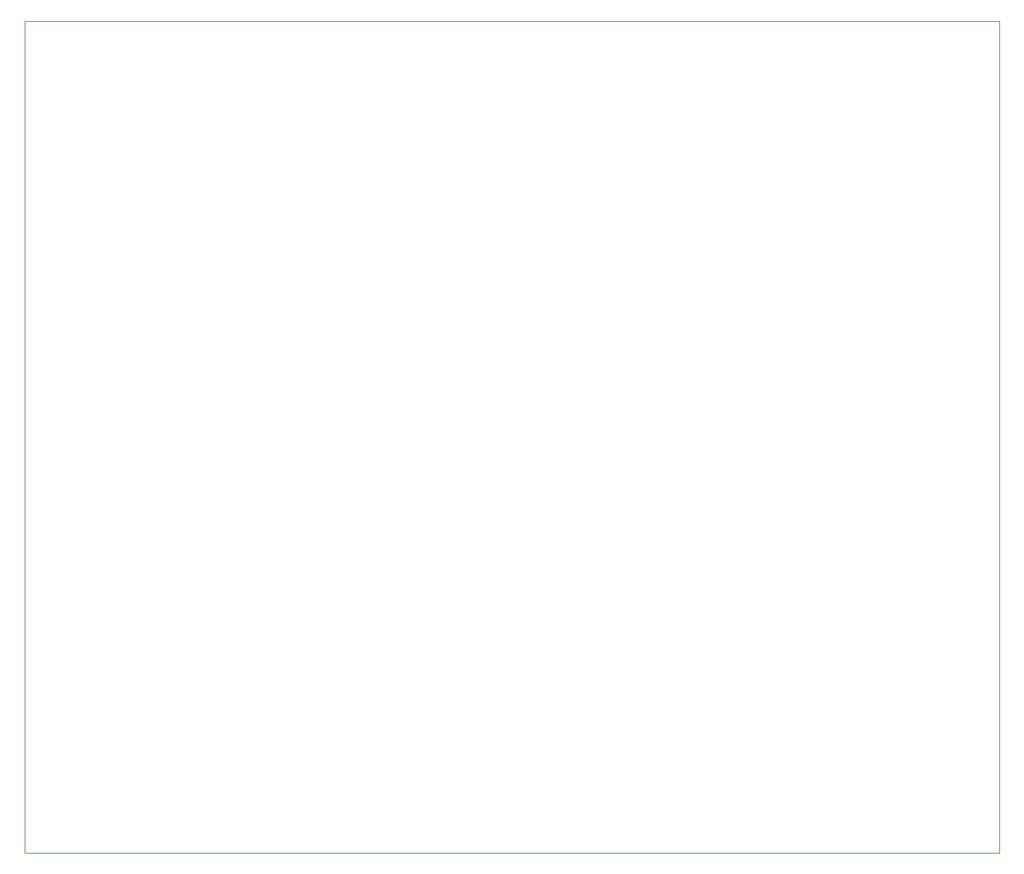
<source format=gbr>
G04 #@! TF.GenerationSoftware,KiCad,Pcbnew,7.0.2-1.fc37*
G04 #@! TF.CreationDate,2023-07-20T12:52:38+02:00*
G04 #@! TF.ProjectId,office_amp,6f666669-6365-45f6-916d-702e6b696361,V1.3*
G04 #@! TF.SameCoordinates,Original*
G04 #@! TF.FileFunction,Profile,NP*
%FSLAX46Y46*%
G04 Gerber Fmt 4.6, Leading zero omitted, Abs format (unit mm)*
G04 Created by KiCad (PCBNEW 7.0.2-1.fc37) date 2023-07-20 12:52:38*
%MOMM*%
%LPD*%
G01*
G04 APERTURE LIST*
G04 #@! TA.AperFunction,Profile*
%ADD10C,0.100000*%
G04 #@! TD*
G04 APERTURE END LIST*
D10*
X90000000Y-58000000D02*
X207100000Y-58000000D01*
X207100000Y-158000000D02*
X90000000Y-158000000D01*
X207100000Y-58000000D02*
X207100000Y-158000000D01*
X90000000Y-158000000D02*
X90000000Y-58000000D01*
M02*

</source>
